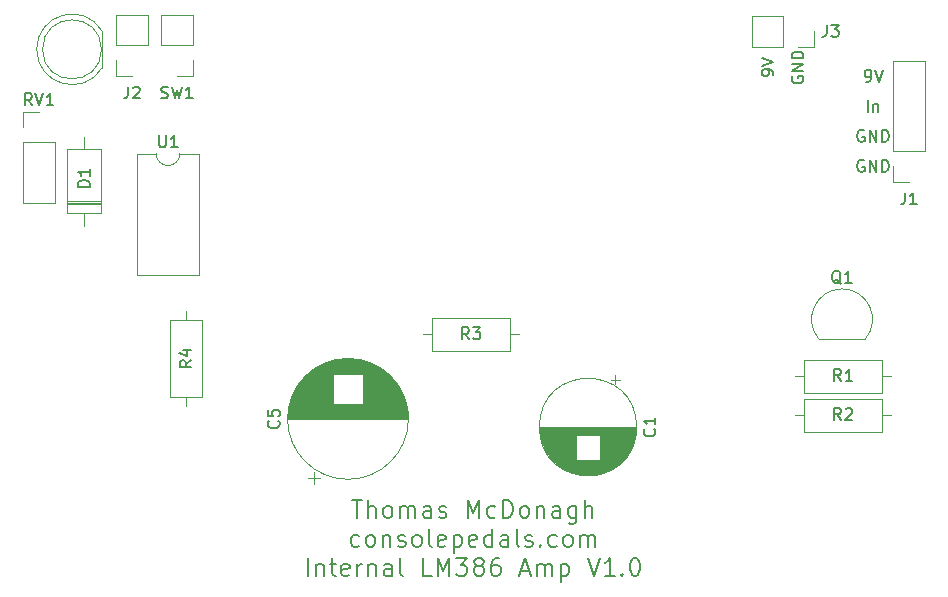
<source format=gbr>
G04 #@! TF.GenerationSoftware,KiCad,Pcbnew,(5.1.7)-1*
G04 #@! TF.CreationDate,2021-11-30T18:20:46-06:00*
G04 #@! TF.ProjectId,InternalAmpLM386,496e7465-726e-4616-9c41-6d704c4d3338,rev?*
G04 #@! TF.SameCoordinates,Original*
G04 #@! TF.FileFunction,Legend,Top*
G04 #@! TF.FilePolarity,Positive*
%FSLAX46Y46*%
G04 Gerber Fmt 4.6, Leading zero omitted, Abs format (unit mm)*
G04 Created by KiCad (PCBNEW (5.1.7)-1) date 2021-11-30 18:20:46*
%MOMM*%
%LPD*%
G01*
G04 APERTURE LIST*
%ADD10C,0.200000*%
%ADD11C,0.150000*%
%ADD12C,0.120000*%
G04 APERTURE END LIST*
D10*
X119714285Y-121728571D02*
X120571428Y-121728571D01*
X120142857Y-123228571D02*
X120142857Y-121728571D01*
X121071428Y-123228571D02*
X121071428Y-121728571D01*
X121714285Y-123228571D02*
X121714285Y-122442857D01*
X121642857Y-122300000D01*
X121500000Y-122228571D01*
X121285714Y-122228571D01*
X121142857Y-122300000D01*
X121071428Y-122371428D01*
X122642857Y-123228571D02*
X122500000Y-123157142D01*
X122428571Y-123085714D01*
X122357142Y-122942857D01*
X122357142Y-122514285D01*
X122428571Y-122371428D01*
X122500000Y-122300000D01*
X122642857Y-122228571D01*
X122857142Y-122228571D01*
X123000000Y-122300000D01*
X123071428Y-122371428D01*
X123142857Y-122514285D01*
X123142857Y-122942857D01*
X123071428Y-123085714D01*
X123000000Y-123157142D01*
X122857142Y-123228571D01*
X122642857Y-123228571D01*
X123785714Y-123228571D02*
X123785714Y-122228571D01*
X123785714Y-122371428D02*
X123857142Y-122300000D01*
X124000000Y-122228571D01*
X124214285Y-122228571D01*
X124357142Y-122300000D01*
X124428571Y-122442857D01*
X124428571Y-123228571D01*
X124428571Y-122442857D02*
X124500000Y-122300000D01*
X124642857Y-122228571D01*
X124857142Y-122228571D01*
X125000000Y-122300000D01*
X125071428Y-122442857D01*
X125071428Y-123228571D01*
X126428571Y-123228571D02*
X126428571Y-122442857D01*
X126357142Y-122300000D01*
X126214285Y-122228571D01*
X125928571Y-122228571D01*
X125785714Y-122300000D01*
X126428571Y-123157142D02*
X126285714Y-123228571D01*
X125928571Y-123228571D01*
X125785714Y-123157142D01*
X125714285Y-123014285D01*
X125714285Y-122871428D01*
X125785714Y-122728571D01*
X125928571Y-122657142D01*
X126285714Y-122657142D01*
X126428571Y-122585714D01*
X127071428Y-123157142D02*
X127214285Y-123228571D01*
X127500000Y-123228571D01*
X127642857Y-123157142D01*
X127714285Y-123014285D01*
X127714285Y-122942857D01*
X127642857Y-122800000D01*
X127500000Y-122728571D01*
X127285714Y-122728571D01*
X127142857Y-122657142D01*
X127071428Y-122514285D01*
X127071428Y-122442857D01*
X127142857Y-122300000D01*
X127285714Y-122228571D01*
X127500000Y-122228571D01*
X127642857Y-122300000D01*
X129500000Y-123228571D02*
X129500000Y-121728571D01*
X130000000Y-122800000D01*
X130500000Y-121728571D01*
X130500000Y-123228571D01*
X131857142Y-123157142D02*
X131714285Y-123228571D01*
X131428571Y-123228571D01*
X131285714Y-123157142D01*
X131214285Y-123085714D01*
X131142857Y-122942857D01*
X131142857Y-122514285D01*
X131214285Y-122371428D01*
X131285714Y-122300000D01*
X131428571Y-122228571D01*
X131714285Y-122228571D01*
X131857142Y-122300000D01*
X132500000Y-123228571D02*
X132500000Y-121728571D01*
X132857142Y-121728571D01*
X133071428Y-121800000D01*
X133214285Y-121942857D01*
X133285714Y-122085714D01*
X133357142Y-122371428D01*
X133357142Y-122585714D01*
X133285714Y-122871428D01*
X133214285Y-123014285D01*
X133071428Y-123157142D01*
X132857142Y-123228571D01*
X132500000Y-123228571D01*
X134214285Y-123228571D02*
X134071428Y-123157142D01*
X134000000Y-123085714D01*
X133928571Y-122942857D01*
X133928571Y-122514285D01*
X134000000Y-122371428D01*
X134071428Y-122300000D01*
X134214285Y-122228571D01*
X134428571Y-122228571D01*
X134571428Y-122300000D01*
X134642857Y-122371428D01*
X134714285Y-122514285D01*
X134714285Y-122942857D01*
X134642857Y-123085714D01*
X134571428Y-123157142D01*
X134428571Y-123228571D01*
X134214285Y-123228571D01*
X135357142Y-122228571D02*
X135357142Y-123228571D01*
X135357142Y-122371428D02*
X135428571Y-122300000D01*
X135571428Y-122228571D01*
X135785714Y-122228571D01*
X135928571Y-122300000D01*
X136000000Y-122442857D01*
X136000000Y-123228571D01*
X137357142Y-123228571D02*
X137357142Y-122442857D01*
X137285714Y-122300000D01*
X137142857Y-122228571D01*
X136857142Y-122228571D01*
X136714285Y-122300000D01*
X137357142Y-123157142D02*
X137214285Y-123228571D01*
X136857142Y-123228571D01*
X136714285Y-123157142D01*
X136642857Y-123014285D01*
X136642857Y-122871428D01*
X136714285Y-122728571D01*
X136857142Y-122657142D01*
X137214285Y-122657142D01*
X137357142Y-122585714D01*
X138714285Y-122228571D02*
X138714285Y-123442857D01*
X138642857Y-123585714D01*
X138571428Y-123657142D01*
X138428571Y-123728571D01*
X138214285Y-123728571D01*
X138071428Y-123657142D01*
X138714285Y-123157142D02*
X138571428Y-123228571D01*
X138285714Y-123228571D01*
X138142857Y-123157142D01*
X138071428Y-123085714D01*
X138000000Y-122942857D01*
X138000000Y-122514285D01*
X138071428Y-122371428D01*
X138142857Y-122300000D01*
X138285714Y-122228571D01*
X138571428Y-122228571D01*
X138714285Y-122300000D01*
X139428571Y-123228571D02*
X139428571Y-121728571D01*
X140071428Y-123228571D02*
X140071428Y-122442857D01*
X140000000Y-122300000D01*
X139857142Y-122228571D01*
X139642857Y-122228571D01*
X139500000Y-122300000D01*
X139428571Y-122371428D01*
X120321428Y-125607142D02*
X120178571Y-125678571D01*
X119892857Y-125678571D01*
X119750000Y-125607142D01*
X119678571Y-125535714D01*
X119607142Y-125392857D01*
X119607142Y-124964285D01*
X119678571Y-124821428D01*
X119750000Y-124750000D01*
X119892857Y-124678571D01*
X120178571Y-124678571D01*
X120321428Y-124750000D01*
X121178571Y-125678571D02*
X121035714Y-125607142D01*
X120964285Y-125535714D01*
X120892857Y-125392857D01*
X120892857Y-124964285D01*
X120964285Y-124821428D01*
X121035714Y-124750000D01*
X121178571Y-124678571D01*
X121392857Y-124678571D01*
X121535714Y-124750000D01*
X121607142Y-124821428D01*
X121678571Y-124964285D01*
X121678571Y-125392857D01*
X121607142Y-125535714D01*
X121535714Y-125607142D01*
X121392857Y-125678571D01*
X121178571Y-125678571D01*
X122321428Y-124678571D02*
X122321428Y-125678571D01*
X122321428Y-124821428D02*
X122392857Y-124750000D01*
X122535714Y-124678571D01*
X122750000Y-124678571D01*
X122892857Y-124750000D01*
X122964285Y-124892857D01*
X122964285Y-125678571D01*
X123607142Y-125607142D02*
X123750000Y-125678571D01*
X124035714Y-125678571D01*
X124178571Y-125607142D01*
X124250000Y-125464285D01*
X124250000Y-125392857D01*
X124178571Y-125250000D01*
X124035714Y-125178571D01*
X123821428Y-125178571D01*
X123678571Y-125107142D01*
X123607142Y-124964285D01*
X123607142Y-124892857D01*
X123678571Y-124750000D01*
X123821428Y-124678571D01*
X124035714Y-124678571D01*
X124178571Y-124750000D01*
X125107142Y-125678571D02*
X124964285Y-125607142D01*
X124892857Y-125535714D01*
X124821428Y-125392857D01*
X124821428Y-124964285D01*
X124892857Y-124821428D01*
X124964285Y-124750000D01*
X125107142Y-124678571D01*
X125321428Y-124678571D01*
X125464285Y-124750000D01*
X125535714Y-124821428D01*
X125607142Y-124964285D01*
X125607142Y-125392857D01*
X125535714Y-125535714D01*
X125464285Y-125607142D01*
X125321428Y-125678571D01*
X125107142Y-125678571D01*
X126464285Y-125678571D02*
X126321428Y-125607142D01*
X126250000Y-125464285D01*
X126250000Y-124178571D01*
X127607142Y-125607142D02*
X127464285Y-125678571D01*
X127178571Y-125678571D01*
X127035714Y-125607142D01*
X126964285Y-125464285D01*
X126964285Y-124892857D01*
X127035714Y-124750000D01*
X127178571Y-124678571D01*
X127464285Y-124678571D01*
X127607142Y-124750000D01*
X127678571Y-124892857D01*
X127678571Y-125035714D01*
X126964285Y-125178571D01*
X128321428Y-124678571D02*
X128321428Y-126178571D01*
X128321428Y-124750000D02*
X128464285Y-124678571D01*
X128750000Y-124678571D01*
X128892857Y-124750000D01*
X128964285Y-124821428D01*
X129035714Y-124964285D01*
X129035714Y-125392857D01*
X128964285Y-125535714D01*
X128892857Y-125607142D01*
X128750000Y-125678571D01*
X128464285Y-125678571D01*
X128321428Y-125607142D01*
X130250000Y-125607142D02*
X130107142Y-125678571D01*
X129821428Y-125678571D01*
X129678571Y-125607142D01*
X129607142Y-125464285D01*
X129607142Y-124892857D01*
X129678571Y-124750000D01*
X129821428Y-124678571D01*
X130107142Y-124678571D01*
X130250000Y-124750000D01*
X130321428Y-124892857D01*
X130321428Y-125035714D01*
X129607142Y-125178571D01*
X131607142Y-125678571D02*
X131607142Y-124178571D01*
X131607142Y-125607142D02*
X131464285Y-125678571D01*
X131178571Y-125678571D01*
X131035714Y-125607142D01*
X130964285Y-125535714D01*
X130892857Y-125392857D01*
X130892857Y-124964285D01*
X130964285Y-124821428D01*
X131035714Y-124750000D01*
X131178571Y-124678571D01*
X131464285Y-124678571D01*
X131607142Y-124750000D01*
X132964285Y-125678571D02*
X132964285Y-124892857D01*
X132892857Y-124750000D01*
X132750000Y-124678571D01*
X132464285Y-124678571D01*
X132321428Y-124750000D01*
X132964285Y-125607142D02*
X132821428Y-125678571D01*
X132464285Y-125678571D01*
X132321428Y-125607142D01*
X132250000Y-125464285D01*
X132250000Y-125321428D01*
X132321428Y-125178571D01*
X132464285Y-125107142D01*
X132821428Y-125107142D01*
X132964285Y-125035714D01*
X133892857Y-125678571D02*
X133750000Y-125607142D01*
X133678571Y-125464285D01*
X133678571Y-124178571D01*
X134392857Y-125607142D02*
X134535714Y-125678571D01*
X134821428Y-125678571D01*
X134964285Y-125607142D01*
X135035714Y-125464285D01*
X135035714Y-125392857D01*
X134964285Y-125250000D01*
X134821428Y-125178571D01*
X134607142Y-125178571D01*
X134464285Y-125107142D01*
X134392857Y-124964285D01*
X134392857Y-124892857D01*
X134464285Y-124750000D01*
X134607142Y-124678571D01*
X134821428Y-124678571D01*
X134964285Y-124750000D01*
X135678571Y-125535714D02*
X135750000Y-125607142D01*
X135678571Y-125678571D01*
X135607142Y-125607142D01*
X135678571Y-125535714D01*
X135678571Y-125678571D01*
X137035714Y-125607142D02*
X136892857Y-125678571D01*
X136607142Y-125678571D01*
X136464285Y-125607142D01*
X136392857Y-125535714D01*
X136321428Y-125392857D01*
X136321428Y-124964285D01*
X136392857Y-124821428D01*
X136464285Y-124750000D01*
X136607142Y-124678571D01*
X136892857Y-124678571D01*
X137035714Y-124750000D01*
X137892857Y-125678571D02*
X137750000Y-125607142D01*
X137678571Y-125535714D01*
X137607142Y-125392857D01*
X137607142Y-124964285D01*
X137678571Y-124821428D01*
X137750000Y-124750000D01*
X137892857Y-124678571D01*
X138107142Y-124678571D01*
X138250000Y-124750000D01*
X138321428Y-124821428D01*
X138392857Y-124964285D01*
X138392857Y-125392857D01*
X138321428Y-125535714D01*
X138250000Y-125607142D01*
X138107142Y-125678571D01*
X137892857Y-125678571D01*
X139035714Y-125678571D02*
X139035714Y-124678571D01*
X139035714Y-124821428D02*
X139107142Y-124750000D01*
X139250000Y-124678571D01*
X139464285Y-124678571D01*
X139607142Y-124750000D01*
X139678571Y-124892857D01*
X139678571Y-125678571D01*
X139678571Y-124892857D02*
X139750000Y-124750000D01*
X139892857Y-124678571D01*
X140107142Y-124678571D01*
X140250000Y-124750000D01*
X140321428Y-124892857D01*
X140321428Y-125678571D01*
X115964285Y-128128571D02*
X115964285Y-126628571D01*
X116678571Y-127128571D02*
X116678571Y-128128571D01*
X116678571Y-127271428D02*
X116750000Y-127200000D01*
X116892857Y-127128571D01*
X117107142Y-127128571D01*
X117250000Y-127200000D01*
X117321428Y-127342857D01*
X117321428Y-128128571D01*
X117821428Y-127128571D02*
X118392857Y-127128571D01*
X118035714Y-126628571D02*
X118035714Y-127914285D01*
X118107142Y-128057142D01*
X118250000Y-128128571D01*
X118392857Y-128128571D01*
X119464285Y-128057142D02*
X119321428Y-128128571D01*
X119035714Y-128128571D01*
X118892857Y-128057142D01*
X118821428Y-127914285D01*
X118821428Y-127342857D01*
X118892857Y-127200000D01*
X119035714Y-127128571D01*
X119321428Y-127128571D01*
X119464285Y-127200000D01*
X119535714Y-127342857D01*
X119535714Y-127485714D01*
X118821428Y-127628571D01*
X120178571Y-128128571D02*
X120178571Y-127128571D01*
X120178571Y-127414285D02*
X120250000Y-127271428D01*
X120321428Y-127200000D01*
X120464285Y-127128571D01*
X120607142Y-127128571D01*
X121107142Y-127128571D02*
X121107142Y-128128571D01*
X121107142Y-127271428D02*
X121178571Y-127200000D01*
X121321428Y-127128571D01*
X121535714Y-127128571D01*
X121678571Y-127200000D01*
X121750000Y-127342857D01*
X121750000Y-128128571D01*
X123107142Y-128128571D02*
X123107142Y-127342857D01*
X123035714Y-127200000D01*
X122892857Y-127128571D01*
X122607142Y-127128571D01*
X122464285Y-127200000D01*
X123107142Y-128057142D02*
X122964285Y-128128571D01*
X122607142Y-128128571D01*
X122464285Y-128057142D01*
X122392857Y-127914285D01*
X122392857Y-127771428D01*
X122464285Y-127628571D01*
X122607142Y-127557142D01*
X122964285Y-127557142D01*
X123107142Y-127485714D01*
X124035714Y-128128571D02*
X123892857Y-128057142D01*
X123821428Y-127914285D01*
X123821428Y-126628571D01*
X126464285Y-128128571D02*
X125750000Y-128128571D01*
X125750000Y-126628571D01*
X126964285Y-128128571D02*
X126964285Y-126628571D01*
X127464285Y-127700000D01*
X127964285Y-126628571D01*
X127964285Y-128128571D01*
X128535714Y-126628571D02*
X129464285Y-126628571D01*
X128964285Y-127200000D01*
X129178571Y-127200000D01*
X129321428Y-127271428D01*
X129392857Y-127342857D01*
X129464285Y-127485714D01*
X129464285Y-127842857D01*
X129392857Y-127985714D01*
X129321428Y-128057142D01*
X129178571Y-128128571D01*
X128750000Y-128128571D01*
X128607142Y-128057142D01*
X128535714Y-127985714D01*
X130321428Y-127271428D02*
X130178571Y-127200000D01*
X130107142Y-127128571D01*
X130035714Y-126985714D01*
X130035714Y-126914285D01*
X130107142Y-126771428D01*
X130178571Y-126700000D01*
X130321428Y-126628571D01*
X130607142Y-126628571D01*
X130750000Y-126700000D01*
X130821428Y-126771428D01*
X130892857Y-126914285D01*
X130892857Y-126985714D01*
X130821428Y-127128571D01*
X130750000Y-127200000D01*
X130607142Y-127271428D01*
X130321428Y-127271428D01*
X130178571Y-127342857D01*
X130107142Y-127414285D01*
X130035714Y-127557142D01*
X130035714Y-127842857D01*
X130107142Y-127985714D01*
X130178571Y-128057142D01*
X130321428Y-128128571D01*
X130607142Y-128128571D01*
X130750000Y-128057142D01*
X130821428Y-127985714D01*
X130892857Y-127842857D01*
X130892857Y-127557142D01*
X130821428Y-127414285D01*
X130750000Y-127342857D01*
X130607142Y-127271428D01*
X132178571Y-126628571D02*
X131892857Y-126628571D01*
X131750000Y-126700000D01*
X131678571Y-126771428D01*
X131535714Y-126985714D01*
X131464285Y-127271428D01*
X131464285Y-127842857D01*
X131535714Y-127985714D01*
X131607142Y-128057142D01*
X131750000Y-128128571D01*
X132035714Y-128128571D01*
X132178571Y-128057142D01*
X132250000Y-127985714D01*
X132321428Y-127842857D01*
X132321428Y-127485714D01*
X132250000Y-127342857D01*
X132178571Y-127271428D01*
X132035714Y-127200000D01*
X131750000Y-127200000D01*
X131607142Y-127271428D01*
X131535714Y-127342857D01*
X131464285Y-127485714D01*
X134035714Y-127700000D02*
X134750000Y-127700000D01*
X133892857Y-128128571D02*
X134392857Y-126628571D01*
X134892857Y-128128571D01*
X135392857Y-128128571D02*
X135392857Y-127128571D01*
X135392857Y-127271428D02*
X135464285Y-127200000D01*
X135607142Y-127128571D01*
X135821428Y-127128571D01*
X135964285Y-127200000D01*
X136035714Y-127342857D01*
X136035714Y-128128571D01*
X136035714Y-127342857D02*
X136107142Y-127200000D01*
X136250000Y-127128571D01*
X136464285Y-127128571D01*
X136607142Y-127200000D01*
X136678571Y-127342857D01*
X136678571Y-128128571D01*
X137392857Y-127128571D02*
X137392857Y-128628571D01*
X137392857Y-127200000D02*
X137535714Y-127128571D01*
X137821428Y-127128571D01*
X137964285Y-127200000D01*
X138035714Y-127271428D01*
X138107142Y-127414285D01*
X138107142Y-127842857D01*
X138035714Y-127985714D01*
X137964285Y-128057142D01*
X137821428Y-128128571D01*
X137535714Y-128128571D01*
X137392857Y-128057142D01*
X139678571Y-126628571D02*
X140178571Y-128128571D01*
X140678571Y-126628571D01*
X141964285Y-128128571D02*
X141107142Y-128128571D01*
X141535714Y-128128571D02*
X141535714Y-126628571D01*
X141392857Y-126842857D01*
X141250000Y-126985714D01*
X141107142Y-127057142D01*
X142607142Y-127985714D02*
X142678571Y-128057142D01*
X142607142Y-128128571D01*
X142535714Y-128057142D01*
X142607142Y-127985714D01*
X142607142Y-128128571D01*
X143607142Y-126628571D02*
X143750000Y-126628571D01*
X143892857Y-126700000D01*
X143964285Y-126771428D01*
X144035714Y-126914285D01*
X144107142Y-127200000D01*
X144107142Y-127557142D01*
X144035714Y-127842857D01*
X143964285Y-127985714D01*
X143892857Y-128057142D01*
X143750000Y-128128571D01*
X143607142Y-128128571D01*
X143464285Y-128057142D01*
X143392857Y-127985714D01*
X143321428Y-127842857D01*
X143250000Y-127557142D01*
X143250000Y-127200000D01*
X143321428Y-126914285D01*
X143392857Y-126771428D01*
X143464285Y-126700000D01*
X143607142Y-126628571D01*
D11*
X163210952Y-86304380D02*
X163401428Y-86304380D01*
X163496666Y-86256761D01*
X163544285Y-86209142D01*
X163639523Y-86066285D01*
X163687142Y-85875809D01*
X163687142Y-85494857D01*
X163639523Y-85399619D01*
X163591904Y-85352000D01*
X163496666Y-85304380D01*
X163306190Y-85304380D01*
X163210952Y-85352000D01*
X163163333Y-85399619D01*
X163115714Y-85494857D01*
X163115714Y-85732952D01*
X163163333Y-85828190D01*
X163210952Y-85875809D01*
X163306190Y-85923428D01*
X163496666Y-85923428D01*
X163591904Y-85875809D01*
X163639523Y-85828190D01*
X163687142Y-85732952D01*
X163972857Y-85304380D02*
X164306190Y-86304380D01*
X164639523Y-85304380D01*
X163377619Y-88844380D02*
X163377619Y-87844380D01*
X163853809Y-88177714D02*
X163853809Y-88844380D01*
X163853809Y-88272952D02*
X163901428Y-88225333D01*
X163996666Y-88177714D01*
X164139523Y-88177714D01*
X164234761Y-88225333D01*
X164282380Y-88320571D01*
X164282380Y-88844380D01*
X163068095Y-90432000D02*
X162972857Y-90384380D01*
X162830000Y-90384380D01*
X162687142Y-90432000D01*
X162591904Y-90527238D01*
X162544285Y-90622476D01*
X162496666Y-90812952D01*
X162496666Y-90955809D01*
X162544285Y-91146285D01*
X162591904Y-91241523D01*
X162687142Y-91336761D01*
X162830000Y-91384380D01*
X162925238Y-91384380D01*
X163068095Y-91336761D01*
X163115714Y-91289142D01*
X163115714Y-90955809D01*
X162925238Y-90955809D01*
X163544285Y-91384380D02*
X163544285Y-90384380D01*
X164115714Y-91384380D01*
X164115714Y-90384380D01*
X164591904Y-91384380D02*
X164591904Y-90384380D01*
X164830000Y-90384380D01*
X164972857Y-90432000D01*
X165068095Y-90527238D01*
X165115714Y-90622476D01*
X165163333Y-90812952D01*
X165163333Y-90955809D01*
X165115714Y-91146285D01*
X165068095Y-91241523D01*
X164972857Y-91336761D01*
X164830000Y-91384380D01*
X164591904Y-91384380D01*
X163068095Y-92972000D02*
X162972857Y-92924380D01*
X162830000Y-92924380D01*
X162687142Y-92972000D01*
X162591904Y-93067238D01*
X162544285Y-93162476D01*
X162496666Y-93352952D01*
X162496666Y-93495809D01*
X162544285Y-93686285D01*
X162591904Y-93781523D01*
X162687142Y-93876761D01*
X162830000Y-93924380D01*
X162925238Y-93924380D01*
X163068095Y-93876761D01*
X163115714Y-93829142D01*
X163115714Y-93495809D01*
X162925238Y-93495809D01*
X163544285Y-93924380D02*
X163544285Y-92924380D01*
X164115714Y-93924380D01*
X164115714Y-92924380D01*
X164591904Y-93924380D02*
X164591904Y-92924380D01*
X164830000Y-92924380D01*
X164972857Y-92972000D01*
X165068095Y-93067238D01*
X165115714Y-93162476D01*
X165163333Y-93352952D01*
X165163333Y-93495809D01*
X165115714Y-93686285D01*
X165068095Y-93781523D01*
X164972857Y-93876761D01*
X164830000Y-93924380D01*
X164591904Y-93924380D01*
X156980000Y-85851904D02*
X156932380Y-85947142D01*
X156932380Y-86090000D01*
X156980000Y-86232857D01*
X157075238Y-86328095D01*
X157170476Y-86375714D01*
X157360952Y-86423333D01*
X157503809Y-86423333D01*
X157694285Y-86375714D01*
X157789523Y-86328095D01*
X157884761Y-86232857D01*
X157932380Y-86090000D01*
X157932380Y-85994761D01*
X157884761Y-85851904D01*
X157837142Y-85804285D01*
X157503809Y-85804285D01*
X157503809Y-85994761D01*
X157932380Y-85375714D02*
X156932380Y-85375714D01*
X157932380Y-84804285D01*
X156932380Y-84804285D01*
X157932380Y-84328095D02*
X156932380Y-84328095D01*
X156932380Y-84090000D01*
X156980000Y-83947142D01*
X157075238Y-83851904D01*
X157170476Y-83804285D01*
X157360952Y-83756666D01*
X157503809Y-83756666D01*
X157694285Y-83804285D01*
X157789523Y-83851904D01*
X157884761Y-83947142D01*
X157932380Y-84090000D01*
X157932380Y-84328095D01*
X155392380Y-85709047D02*
X155392380Y-85518571D01*
X155344761Y-85423333D01*
X155297142Y-85375714D01*
X155154285Y-85280476D01*
X154963809Y-85232857D01*
X154582857Y-85232857D01*
X154487619Y-85280476D01*
X154440000Y-85328095D01*
X154392380Y-85423333D01*
X154392380Y-85613809D01*
X154440000Y-85709047D01*
X154487619Y-85756666D01*
X154582857Y-85804285D01*
X154820952Y-85804285D01*
X154916190Y-85756666D01*
X154963809Y-85709047D01*
X155011428Y-85613809D01*
X155011428Y-85423333D01*
X154963809Y-85328095D01*
X154916190Y-85280476D01*
X154820952Y-85232857D01*
X154392380Y-84947142D02*
X155392380Y-84613809D01*
X154392380Y-84280476D01*
D12*
G04 #@! TO.C,C1*
X142415000Y-111532302D02*
X141615000Y-111532302D01*
X142015000Y-111132302D02*
X142015000Y-111932302D01*
X140233000Y-119623000D02*
X139167000Y-119623000D01*
X140468000Y-119583000D02*
X138932000Y-119583000D01*
X140648000Y-119543000D02*
X138752000Y-119543000D01*
X140798000Y-119503000D02*
X138602000Y-119503000D01*
X140929000Y-119463000D02*
X138471000Y-119463000D01*
X141046000Y-119423000D02*
X138354000Y-119423000D01*
X141153000Y-119383000D02*
X138247000Y-119383000D01*
X141252000Y-119343000D02*
X138148000Y-119343000D01*
X141345000Y-119303000D02*
X138055000Y-119303000D01*
X141431000Y-119263000D02*
X137969000Y-119263000D01*
X141513000Y-119223000D02*
X137887000Y-119223000D01*
X141590000Y-119183000D02*
X137810000Y-119183000D01*
X141664000Y-119143000D02*
X137736000Y-119143000D01*
X141734000Y-119103000D02*
X137666000Y-119103000D01*
X141802000Y-119063000D02*
X137598000Y-119063000D01*
X141866000Y-119023000D02*
X137534000Y-119023000D01*
X141928000Y-118983000D02*
X137472000Y-118983000D01*
X141987000Y-118943000D02*
X137413000Y-118943000D01*
X142045000Y-118903000D02*
X137355000Y-118903000D01*
X142100000Y-118863000D02*
X137300000Y-118863000D01*
X142154000Y-118823000D02*
X137246000Y-118823000D01*
X142205000Y-118783000D02*
X137195000Y-118783000D01*
X142256000Y-118743000D02*
X137144000Y-118743000D01*
X142304000Y-118703000D02*
X137096000Y-118703000D01*
X142351000Y-118663000D02*
X137049000Y-118663000D01*
X142397000Y-118623000D02*
X137003000Y-118623000D01*
X142441000Y-118583000D02*
X136959000Y-118583000D01*
X142484000Y-118543000D02*
X136916000Y-118543000D01*
X142526000Y-118503000D02*
X136874000Y-118503000D01*
X142567000Y-118463000D02*
X136833000Y-118463000D01*
X142607000Y-118423000D02*
X136793000Y-118423000D01*
X142645000Y-118383000D02*
X136755000Y-118383000D01*
X142683000Y-118343000D02*
X136717000Y-118343000D01*
X138660000Y-118303000D02*
X136681000Y-118303000D01*
X142719000Y-118303000D02*
X140740000Y-118303000D01*
X138660000Y-118263000D02*
X136645000Y-118263000D01*
X142755000Y-118263000D02*
X140740000Y-118263000D01*
X138660000Y-118223000D02*
X136610000Y-118223000D01*
X142790000Y-118223000D02*
X140740000Y-118223000D01*
X138660000Y-118183000D02*
X136576000Y-118183000D01*
X142824000Y-118183000D02*
X140740000Y-118183000D01*
X138660000Y-118143000D02*
X136544000Y-118143000D01*
X142856000Y-118143000D02*
X140740000Y-118143000D01*
X138660000Y-118103000D02*
X136511000Y-118103000D01*
X142889000Y-118103000D02*
X140740000Y-118103000D01*
X138660000Y-118063000D02*
X136480000Y-118063000D01*
X142920000Y-118063000D02*
X140740000Y-118063000D01*
X138660000Y-118023000D02*
X136450000Y-118023000D01*
X142950000Y-118023000D02*
X140740000Y-118023000D01*
X138660000Y-117983000D02*
X136420000Y-117983000D01*
X142980000Y-117983000D02*
X140740000Y-117983000D01*
X138660000Y-117943000D02*
X136391000Y-117943000D01*
X143009000Y-117943000D02*
X140740000Y-117943000D01*
X138660000Y-117903000D02*
X136362000Y-117903000D01*
X143038000Y-117903000D02*
X140740000Y-117903000D01*
X138660000Y-117863000D02*
X136335000Y-117863000D01*
X143065000Y-117863000D02*
X140740000Y-117863000D01*
X138660000Y-117823000D02*
X136308000Y-117823000D01*
X143092000Y-117823000D02*
X140740000Y-117823000D01*
X138660000Y-117783000D02*
X136282000Y-117783000D01*
X143118000Y-117783000D02*
X140740000Y-117783000D01*
X138660000Y-117743000D02*
X136256000Y-117743000D01*
X143144000Y-117743000D02*
X140740000Y-117743000D01*
X138660000Y-117703000D02*
X136231000Y-117703000D01*
X143169000Y-117703000D02*
X140740000Y-117703000D01*
X138660000Y-117663000D02*
X136207000Y-117663000D01*
X143193000Y-117663000D02*
X140740000Y-117663000D01*
X138660000Y-117623000D02*
X136183000Y-117623000D01*
X143217000Y-117623000D02*
X140740000Y-117623000D01*
X138660000Y-117583000D02*
X136160000Y-117583000D01*
X143240000Y-117583000D02*
X140740000Y-117583000D01*
X138660000Y-117543000D02*
X136138000Y-117543000D01*
X143262000Y-117543000D02*
X140740000Y-117543000D01*
X138660000Y-117503000D02*
X136116000Y-117503000D01*
X143284000Y-117503000D02*
X140740000Y-117503000D01*
X138660000Y-117463000D02*
X136094000Y-117463000D01*
X143306000Y-117463000D02*
X140740000Y-117463000D01*
X138660000Y-117423000D02*
X136073000Y-117423000D01*
X143327000Y-117423000D02*
X140740000Y-117423000D01*
X138660000Y-117383000D02*
X136053000Y-117383000D01*
X143347000Y-117383000D02*
X140740000Y-117383000D01*
X138660000Y-117343000D02*
X136034000Y-117343000D01*
X143366000Y-117343000D02*
X140740000Y-117343000D01*
X138660000Y-117303000D02*
X136014000Y-117303000D01*
X143386000Y-117303000D02*
X140740000Y-117303000D01*
X138660000Y-117263000D02*
X135996000Y-117263000D01*
X143404000Y-117263000D02*
X140740000Y-117263000D01*
X138660000Y-117223000D02*
X135978000Y-117223000D01*
X143422000Y-117223000D02*
X140740000Y-117223000D01*
X138660000Y-117183000D02*
X135960000Y-117183000D01*
X143440000Y-117183000D02*
X140740000Y-117183000D01*
X138660000Y-117143000D02*
X135943000Y-117143000D01*
X143457000Y-117143000D02*
X140740000Y-117143000D01*
X138660000Y-117103000D02*
X135926000Y-117103000D01*
X143474000Y-117103000D02*
X140740000Y-117103000D01*
X138660000Y-117063000D02*
X135910000Y-117063000D01*
X143490000Y-117063000D02*
X140740000Y-117063000D01*
X138660000Y-117023000D02*
X135895000Y-117023000D01*
X143505000Y-117023000D02*
X140740000Y-117023000D01*
X138660000Y-116983000D02*
X135879000Y-116983000D01*
X143521000Y-116983000D02*
X140740000Y-116983000D01*
X138660000Y-116943000D02*
X135865000Y-116943000D01*
X143535000Y-116943000D02*
X140740000Y-116943000D01*
X138660000Y-116903000D02*
X135850000Y-116903000D01*
X143550000Y-116903000D02*
X140740000Y-116903000D01*
X138660000Y-116863000D02*
X135837000Y-116863000D01*
X143563000Y-116863000D02*
X140740000Y-116863000D01*
X138660000Y-116823000D02*
X135823000Y-116823000D01*
X143577000Y-116823000D02*
X140740000Y-116823000D01*
X138660000Y-116783000D02*
X135811000Y-116783000D01*
X143589000Y-116783000D02*
X140740000Y-116783000D01*
X138660000Y-116743000D02*
X135798000Y-116743000D01*
X143602000Y-116743000D02*
X140740000Y-116743000D01*
X138660000Y-116703000D02*
X135786000Y-116703000D01*
X143614000Y-116703000D02*
X140740000Y-116703000D01*
X138660000Y-116663000D02*
X135775000Y-116663000D01*
X143625000Y-116663000D02*
X140740000Y-116663000D01*
X138660000Y-116623000D02*
X135764000Y-116623000D01*
X143636000Y-116623000D02*
X140740000Y-116623000D01*
X138660000Y-116583000D02*
X135753000Y-116583000D01*
X143647000Y-116583000D02*
X140740000Y-116583000D01*
X138660000Y-116543000D02*
X135743000Y-116543000D01*
X143657000Y-116543000D02*
X140740000Y-116543000D01*
X138660000Y-116503000D02*
X135733000Y-116503000D01*
X143667000Y-116503000D02*
X140740000Y-116503000D01*
X138660000Y-116463000D02*
X135724000Y-116463000D01*
X143676000Y-116463000D02*
X140740000Y-116463000D01*
X138660000Y-116423000D02*
X135715000Y-116423000D01*
X143685000Y-116423000D02*
X140740000Y-116423000D01*
X138660000Y-116383000D02*
X135706000Y-116383000D01*
X143694000Y-116383000D02*
X140740000Y-116383000D01*
X138660000Y-116343000D02*
X135698000Y-116343000D01*
X143702000Y-116343000D02*
X140740000Y-116343000D01*
X138660000Y-116303000D02*
X135690000Y-116303000D01*
X143710000Y-116303000D02*
X140740000Y-116303000D01*
X138660000Y-116263000D02*
X135683000Y-116263000D01*
X143717000Y-116263000D02*
X140740000Y-116263000D01*
X143724000Y-116222000D02*
X135676000Y-116222000D01*
X143730000Y-116182000D02*
X135670000Y-116182000D01*
X143737000Y-116142000D02*
X135663000Y-116142000D01*
X143742000Y-116102000D02*
X135658000Y-116102000D01*
X143748000Y-116062000D02*
X135652000Y-116062000D01*
X143752000Y-116022000D02*
X135648000Y-116022000D01*
X143757000Y-115982000D02*
X135643000Y-115982000D01*
X143761000Y-115942000D02*
X135639000Y-115942000D01*
X143765000Y-115902000D02*
X135635000Y-115902000D01*
X143768000Y-115862000D02*
X135632000Y-115862000D01*
X143771000Y-115822000D02*
X135629000Y-115822000D01*
X143774000Y-115782000D02*
X135626000Y-115782000D01*
X143776000Y-115742000D02*
X135624000Y-115742000D01*
X143777000Y-115702000D02*
X135623000Y-115702000D01*
X143779000Y-115662000D02*
X135621000Y-115662000D01*
X143780000Y-115622000D02*
X135620000Y-115622000D01*
X143780000Y-115582000D02*
X135620000Y-115582000D01*
X143780000Y-115542000D02*
X135620000Y-115542000D01*
X143820000Y-115542000D02*
G75*
G03*
X143820000Y-115542000I-4120000J0D01*
G01*
G04 #@! TO.C,C5*
X116005000Y-119827646D02*
X117005000Y-119827646D01*
X116505000Y-120327646D02*
X116505000Y-119327646D01*
X118781000Y-109767000D02*
X119979000Y-109767000D01*
X118518000Y-109807000D02*
X120242000Y-109807000D01*
X118318000Y-109847000D02*
X120442000Y-109847000D01*
X118150000Y-109887000D02*
X120610000Y-109887000D01*
X118002000Y-109927000D02*
X120758000Y-109927000D01*
X117870000Y-109967000D02*
X120890000Y-109967000D01*
X117750000Y-110007000D02*
X121010000Y-110007000D01*
X117638000Y-110047000D02*
X121122000Y-110047000D01*
X117534000Y-110087000D02*
X121226000Y-110087000D01*
X117436000Y-110127000D02*
X121324000Y-110127000D01*
X117343000Y-110167000D02*
X121417000Y-110167000D01*
X117255000Y-110207000D02*
X121505000Y-110207000D01*
X117171000Y-110247000D02*
X121589000Y-110247000D01*
X117091000Y-110287000D02*
X121669000Y-110287000D01*
X117015000Y-110327000D02*
X121745000Y-110327000D01*
X116941000Y-110367000D02*
X121819000Y-110367000D01*
X116870000Y-110407000D02*
X121890000Y-110407000D01*
X116801000Y-110447000D02*
X121959000Y-110447000D01*
X116735000Y-110487000D02*
X122025000Y-110487000D01*
X116671000Y-110527000D02*
X122089000Y-110527000D01*
X116610000Y-110567000D02*
X122150000Y-110567000D01*
X116550000Y-110607000D02*
X122210000Y-110607000D01*
X116491000Y-110647000D02*
X122269000Y-110647000D01*
X116435000Y-110687000D02*
X122325000Y-110687000D01*
X116380000Y-110727000D02*
X122380000Y-110727000D01*
X116326000Y-110767000D02*
X122434000Y-110767000D01*
X116274000Y-110807000D02*
X122486000Y-110807000D01*
X116224000Y-110847000D02*
X122536000Y-110847000D01*
X116174000Y-110887000D02*
X122586000Y-110887000D01*
X116126000Y-110927000D02*
X122634000Y-110927000D01*
X116079000Y-110967000D02*
X122681000Y-110967000D01*
X116033000Y-111007000D02*
X122727000Y-111007000D01*
X115988000Y-111047000D02*
X122772000Y-111047000D01*
X115944000Y-111087000D02*
X122816000Y-111087000D01*
X120621000Y-111127000D02*
X122858000Y-111127000D01*
X115902000Y-111127000D02*
X118139000Y-111127000D01*
X120621000Y-111167000D02*
X122900000Y-111167000D01*
X115860000Y-111167000D02*
X118139000Y-111167000D01*
X120621000Y-111207000D02*
X122941000Y-111207000D01*
X115819000Y-111207000D02*
X118139000Y-111207000D01*
X120621000Y-111247000D02*
X122981000Y-111247000D01*
X115779000Y-111247000D02*
X118139000Y-111247000D01*
X120621000Y-111287000D02*
X123020000Y-111287000D01*
X115740000Y-111287000D02*
X118139000Y-111287000D01*
X120621000Y-111327000D02*
X123059000Y-111327000D01*
X115701000Y-111327000D02*
X118139000Y-111327000D01*
X120621000Y-111367000D02*
X123096000Y-111367000D01*
X115664000Y-111367000D02*
X118139000Y-111367000D01*
X120621000Y-111407000D02*
X123133000Y-111407000D01*
X115627000Y-111407000D02*
X118139000Y-111407000D01*
X120621000Y-111447000D02*
X123169000Y-111447000D01*
X115591000Y-111447000D02*
X118139000Y-111447000D01*
X120621000Y-111487000D02*
X123204000Y-111487000D01*
X115556000Y-111487000D02*
X118139000Y-111487000D01*
X120621000Y-111527000D02*
X123238000Y-111527000D01*
X115522000Y-111527000D02*
X118139000Y-111527000D01*
X120621000Y-111567000D02*
X123272000Y-111567000D01*
X115488000Y-111567000D02*
X118139000Y-111567000D01*
X120621000Y-111607000D02*
X123305000Y-111607000D01*
X115455000Y-111607000D02*
X118139000Y-111607000D01*
X120621000Y-111647000D02*
X123337000Y-111647000D01*
X115423000Y-111647000D02*
X118139000Y-111647000D01*
X120621000Y-111687000D02*
X123369000Y-111687000D01*
X115391000Y-111687000D02*
X118139000Y-111687000D01*
X120621000Y-111727000D02*
X123400000Y-111727000D01*
X115360000Y-111727000D02*
X118139000Y-111727000D01*
X120621000Y-111767000D02*
X123430000Y-111767000D01*
X115330000Y-111767000D02*
X118139000Y-111767000D01*
X120621000Y-111807000D02*
X123460000Y-111807000D01*
X115300000Y-111807000D02*
X118139000Y-111807000D01*
X120621000Y-111847000D02*
X123490000Y-111847000D01*
X115270000Y-111847000D02*
X118139000Y-111847000D01*
X120621000Y-111887000D02*
X123518000Y-111887000D01*
X115242000Y-111887000D02*
X118139000Y-111887000D01*
X120621000Y-111927000D02*
X123546000Y-111927000D01*
X115214000Y-111927000D02*
X118139000Y-111927000D01*
X120621000Y-111967000D02*
X123574000Y-111967000D01*
X115186000Y-111967000D02*
X118139000Y-111967000D01*
X120621000Y-112007000D02*
X123601000Y-112007000D01*
X115159000Y-112007000D02*
X118139000Y-112007000D01*
X120621000Y-112047000D02*
X123627000Y-112047000D01*
X115133000Y-112047000D02*
X118139000Y-112047000D01*
X120621000Y-112087000D02*
X123653000Y-112087000D01*
X115107000Y-112087000D02*
X118139000Y-112087000D01*
X120621000Y-112127000D02*
X123678000Y-112127000D01*
X115082000Y-112127000D02*
X118139000Y-112127000D01*
X120621000Y-112167000D02*
X123703000Y-112167000D01*
X115057000Y-112167000D02*
X118139000Y-112167000D01*
X120621000Y-112207000D02*
X123727000Y-112207000D01*
X115033000Y-112207000D02*
X118139000Y-112207000D01*
X120621000Y-112247000D02*
X123751000Y-112247000D01*
X115009000Y-112247000D02*
X118139000Y-112247000D01*
X120621000Y-112287000D02*
X123775000Y-112287000D01*
X114985000Y-112287000D02*
X118139000Y-112287000D01*
X120621000Y-112327000D02*
X123797000Y-112327000D01*
X114963000Y-112327000D02*
X118139000Y-112327000D01*
X120621000Y-112367000D02*
X123820000Y-112367000D01*
X114940000Y-112367000D02*
X118139000Y-112367000D01*
X120621000Y-112407000D02*
X123842000Y-112407000D01*
X114918000Y-112407000D02*
X118139000Y-112407000D01*
X120621000Y-112447000D02*
X123863000Y-112447000D01*
X114897000Y-112447000D02*
X118139000Y-112447000D01*
X120621000Y-112487000D02*
X123884000Y-112487000D01*
X114876000Y-112487000D02*
X118139000Y-112487000D01*
X120621000Y-112527000D02*
X123905000Y-112527000D01*
X114855000Y-112527000D02*
X118139000Y-112527000D01*
X120621000Y-112567000D02*
X123925000Y-112567000D01*
X114835000Y-112567000D02*
X118139000Y-112567000D01*
X120621000Y-112607000D02*
X123944000Y-112607000D01*
X114816000Y-112607000D02*
X118139000Y-112607000D01*
X120621000Y-112647000D02*
X123964000Y-112647000D01*
X114796000Y-112647000D02*
X118139000Y-112647000D01*
X120621000Y-112687000D02*
X123983000Y-112687000D01*
X114777000Y-112687000D02*
X118139000Y-112687000D01*
X120621000Y-112727000D02*
X124001000Y-112727000D01*
X114759000Y-112727000D02*
X118139000Y-112727000D01*
X120621000Y-112767000D02*
X124019000Y-112767000D01*
X114741000Y-112767000D02*
X118139000Y-112767000D01*
X120621000Y-112807000D02*
X124037000Y-112807000D01*
X114723000Y-112807000D02*
X118139000Y-112807000D01*
X120621000Y-112847000D02*
X124054000Y-112847000D01*
X114706000Y-112847000D02*
X118139000Y-112847000D01*
X120621000Y-112887000D02*
X124070000Y-112887000D01*
X114690000Y-112887000D02*
X118139000Y-112887000D01*
X120621000Y-112927000D02*
X124087000Y-112927000D01*
X114673000Y-112927000D02*
X118139000Y-112927000D01*
X120621000Y-112967000D02*
X124103000Y-112967000D01*
X114657000Y-112967000D02*
X118139000Y-112967000D01*
X120621000Y-113007000D02*
X124118000Y-113007000D01*
X114642000Y-113007000D02*
X118139000Y-113007000D01*
X120621000Y-113047000D02*
X124134000Y-113047000D01*
X114626000Y-113047000D02*
X118139000Y-113047000D01*
X120621000Y-113087000D02*
X124148000Y-113087000D01*
X114612000Y-113087000D02*
X118139000Y-113087000D01*
X120621000Y-113127000D02*
X124163000Y-113127000D01*
X114597000Y-113127000D02*
X118139000Y-113127000D01*
X120621000Y-113167000D02*
X124177000Y-113167000D01*
X114583000Y-113167000D02*
X118139000Y-113167000D01*
X120621000Y-113207000D02*
X124191000Y-113207000D01*
X114569000Y-113207000D02*
X118139000Y-113207000D01*
X120621000Y-113247000D02*
X124204000Y-113247000D01*
X114556000Y-113247000D02*
X118139000Y-113247000D01*
X120621000Y-113287000D02*
X124217000Y-113287000D01*
X114543000Y-113287000D02*
X118139000Y-113287000D01*
X120621000Y-113327000D02*
X124230000Y-113327000D01*
X114530000Y-113327000D02*
X118139000Y-113327000D01*
X120621000Y-113367000D02*
X124242000Y-113367000D01*
X114518000Y-113367000D02*
X118139000Y-113367000D01*
X120621000Y-113407000D02*
X124254000Y-113407000D01*
X114506000Y-113407000D02*
X118139000Y-113407000D01*
X120621000Y-113447000D02*
X124265000Y-113447000D01*
X114495000Y-113447000D02*
X118139000Y-113447000D01*
X120621000Y-113487000D02*
X124277000Y-113487000D01*
X114483000Y-113487000D02*
X118139000Y-113487000D01*
X120621000Y-113527000D02*
X124287000Y-113527000D01*
X114473000Y-113527000D02*
X118139000Y-113527000D01*
X120621000Y-113567000D02*
X124298000Y-113567000D01*
X114462000Y-113567000D02*
X118139000Y-113567000D01*
X114452000Y-113607000D02*
X124308000Y-113607000D01*
X114442000Y-113647000D02*
X124318000Y-113647000D01*
X114433000Y-113687000D02*
X124327000Y-113687000D01*
X114424000Y-113727000D02*
X124336000Y-113727000D01*
X114415000Y-113767000D02*
X124345000Y-113767000D01*
X114406000Y-113807000D02*
X124354000Y-113807000D01*
X114398000Y-113847000D02*
X124362000Y-113847000D01*
X114390000Y-113887000D02*
X124370000Y-113887000D01*
X114383000Y-113927000D02*
X124377000Y-113927000D01*
X114376000Y-113967000D02*
X124384000Y-113967000D01*
X114369000Y-114007000D02*
X124391000Y-114007000D01*
X114362000Y-114047000D02*
X124398000Y-114047000D01*
X114356000Y-114087000D02*
X124404000Y-114087000D01*
X114350000Y-114127000D02*
X124410000Y-114127000D01*
X114345000Y-114168000D02*
X124415000Y-114168000D01*
X114340000Y-114208000D02*
X124420000Y-114208000D01*
X114335000Y-114248000D02*
X124425000Y-114248000D01*
X114330000Y-114288000D02*
X124430000Y-114288000D01*
X114326000Y-114328000D02*
X124434000Y-114328000D01*
X114322000Y-114368000D02*
X124438000Y-114368000D01*
X114318000Y-114408000D02*
X124442000Y-114408000D01*
X114315000Y-114448000D02*
X124445000Y-114448000D01*
X114312000Y-114488000D02*
X124448000Y-114488000D01*
X114310000Y-114528000D02*
X124450000Y-114528000D01*
X114307000Y-114568000D02*
X124453000Y-114568000D01*
X114305000Y-114608000D02*
X124455000Y-114608000D01*
X114303000Y-114648000D02*
X124457000Y-114648000D01*
X114302000Y-114688000D02*
X124458000Y-114688000D01*
X114301000Y-114728000D02*
X124459000Y-114728000D01*
X114300000Y-114768000D02*
X124460000Y-114768000D01*
X114300000Y-114808000D02*
X124460000Y-114808000D01*
X114300000Y-114848000D02*
X124460000Y-114848000D01*
X124500000Y-114848000D02*
G75*
G03*
X124500000Y-114848000I-5120000J0D01*
G01*
G04 #@! TO.C,D1*
X95558000Y-96682000D02*
X98498000Y-96682000D01*
X95558000Y-96442000D02*
X98498000Y-96442000D01*
X95558000Y-96562000D02*
X98498000Y-96562000D01*
X97028000Y-91002000D02*
X97028000Y-92022000D01*
X97028000Y-98482000D02*
X97028000Y-97462000D01*
X95558000Y-92022000D02*
X95558000Y-97462000D01*
X98498000Y-92022000D02*
X95558000Y-92022000D01*
X98498000Y-97462000D02*
X98498000Y-92022000D01*
X95558000Y-97462000D02*
X98498000Y-97462000D01*
G04 #@! TO.C,D2*
X98572000Y-85111000D02*
X98572000Y-82021000D01*
X98512000Y-83566000D02*
G75*
G03*
X98512000Y-83566000I-2500000J0D01*
G01*
X93022000Y-83565538D02*
G75*
G03*
X98572000Y-85110830I2990000J-462D01*
G01*
X93022000Y-83566462D02*
G75*
G02*
X98572000Y-82021170I2990000J462D01*
G01*
G04 #@! TO.C,J1*
X166878000Y-94802000D02*
X165548000Y-94802000D01*
X165548000Y-94802000D02*
X165548000Y-93472000D01*
X165548000Y-92202000D02*
X165548000Y-84522000D01*
X168208000Y-84522000D02*
X165548000Y-84522000D01*
X168208000Y-92202000D02*
X168208000Y-84522000D01*
X168208000Y-92202000D02*
X165548000Y-92202000D01*
G04 #@! TO.C,J2*
X101092000Y-85830000D02*
X99762000Y-85830000D01*
X99762000Y-85830000D02*
X99762000Y-84500000D01*
X99762000Y-83230000D02*
X99762000Y-80630000D01*
X102422000Y-80630000D02*
X99762000Y-80630000D01*
X102422000Y-83230000D02*
X102422000Y-80630000D01*
X102422000Y-83230000D02*
X99762000Y-83230000D01*
G04 #@! TO.C,J3*
X156210000Y-80712000D02*
X156210000Y-83372000D01*
X156210000Y-80712000D02*
X153610000Y-80712000D01*
X153610000Y-80712000D02*
X153610000Y-83372000D01*
X156210000Y-83372000D02*
X153610000Y-83372000D01*
X158810000Y-83372000D02*
X157480000Y-83372000D01*
X158810000Y-82042000D02*
X158810000Y-83372000D01*
G04 #@! TO.C,Q1*
X159270000Y-108126000D02*
X163120000Y-108126000D01*
X163158611Y-108116122D02*
G75*
G03*
X159270000Y-108126000I-1948611J1690122D01*
G01*
G04 #@! TO.C,R1*
X158020000Y-109882000D02*
X158020000Y-112622000D01*
X158020000Y-112622000D02*
X164560000Y-112622000D01*
X164560000Y-112622000D02*
X164560000Y-109882000D01*
X164560000Y-109882000D02*
X158020000Y-109882000D01*
X157250000Y-111252000D02*
X158020000Y-111252000D01*
X165330000Y-111252000D02*
X164560000Y-111252000D01*
G04 #@! TO.C,R2*
X165330000Y-114554000D02*
X164560000Y-114554000D01*
X157250000Y-114554000D02*
X158020000Y-114554000D01*
X164560000Y-113184000D02*
X158020000Y-113184000D01*
X164560000Y-115924000D02*
X164560000Y-113184000D01*
X158020000Y-115924000D02*
X164560000Y-115924000D01*
X158020000Y-113184000D02*
X158020000Y-115924000D01*
G04 #@! TO.C,R3*
X126524000Y-106326000D02*
X126524000Y-109066000D01*
X126524000Y-109066000D02*
X133064000Y-109066000D01*
X133064000Y-109066000D02*
X133064000Y-106326000D01*
X133064000Y-106326000D02*
X126524000Y-106326000D01*
X125754000Y-107696000D02*
X126524000Y-107696000D01*
X133834000Y-107696000D02*
X133064000Y-107696000D01*
G04 #@! TO.C,R4*
X105664000Y-105688000D02*
X105664000Y-106458000D01*
X105664000Y-113768000D02*
X105664000Y-112998000D01*
X104294000Y-106458000D02*
X104294000Y-112998000D01*
X107034000Y-106458000D02*
X104294000Y-106458000D01*
X107034000Y-112998000D02*
X107034000Y-106458000D01*
X104294000Y-112998000D02*
X107034000Y-112998000D01*
G04 #@! TO.C,RV1*
X91888000Y-88840000D02*
X93218000Y-88840000D01*
X91888000Y-90170000D02*
X91888000Y-88840000D01*
X91888000Y-91440000D02*
X94548000Y-91440000D01*
X94548000Y-91440000D02*
X94548000Y-96580000D01*
X91888000Y-91440000D02*
X91888000Y-96580000D01*
X91888000Y-96580000D02*
X94548000Y-96580000D01*
G04 #@! TO.C,SW1*
X106232000Y-85830000D02*
X104902000Y-85830000D01*
X106232000Y-84500000D02*
X106232000Y-85830000D01*
X106232000Y-83230000D02*
X103572000Y-83230000D01*
X103572000Y-83230000D02*
X103572000Y-80630000D01*
X106232000Y-83230000D02*
X106232000Y-80630000D01*
X106232000Y-80630000D02*
X103572000Y-80630000D01*
G04 #@! TO.C,U1*
X106790000Y-92396000D02*
X105140000Y-92396000D01*
X106790000Y-102676000D02*
X106790000Y-92396000D01*
X101490000Y-102676000D02*
X106790000Y-102676000D01*
X101490000Y-92396000D02*
X101490000Y-102676000D01*
X103140000Y-92396000D02*
X101490000Y-92396000D01*
X105140000Y-92396000D02*
G75*
G02*
X103140000Y-92396000I-1000000J0D01*
G01*
G04 #@! TO.C,C1*
D11*
X145307142Y-115708666D02*
X145354761Y-115756285D01*
X145402380Y-115899142D01*
X145402380Y-115994380D01*
X145354761Y-116137238D01*
X145259523Y-116232476D01*
X145164285Y-116280095D01*
X144973809Y-116327714D01*
X144830952Y-116327714D01*
X144640476Y-116280095D01*
X144545238Y-116232476D01*
X144450000Y-116137238D01*
X144402380Y-115994380D01*
X144402380Y-115899142D01*
X144450000Y-115756285D01*
X144497619Y-115708666D01*
X145402380Y-114756285D02*
X145402380Y-115327714D01*
X145402380Y-115042000D02*
X144402380Y-115042000D01*
X144545238Y-115137238D01*
X144640476Y-115232476D01*
X144688095Y-115327714D01*
G04 #@! TO.C,C5*
X113487142Y-115014666D02*
X113534761Y-115062285D01*
X113582380Y-115205142D01*
X113582380Y-115300380D01*
X113534761Y-115443238D01*
X113439523Y-115538476D01*
X113344285Y-115586095D01*
X113153809Y-115633714D01*
X113010952Y-115633714D01*
X112820476Y-115586095D01*
X112725238Y-115538476D01*
X112630000Y-115443238D01*
X112582380Y-115300380D01*
X112582380Y-115205142D01*
X112630000Y-115062285D01*
X112677619Y-115014666D01*
X112582380Y-114109904D02*
X112582380Y-114586095D01*
X113058571Y-114633714D01*
X113010952Y-114586095D01*
X112963333Y-114490857D01*
X112963333Y-114252761D01*
X113010952Y-114157523D01*
X113058571Y-114109904D01*
X113153809Y-114062285D01*
X113391904Y-114062285D01*
X113487142Y-114109904D01*
X113534761Y-114157523D01*
X113582380Y-114252761D01*
X113582380Y-114490857D01*
X113534761Y-114586095D01*
X113487142Y-114633714D01*
G04 #@! TO.C,D1*
X97506379Y-95204096D02*
X96506379Y-95204096D01*
X96506379Y-94966001D01*
X96553999Y-94823143D01*
X96649237Y-94727905D01*
X96744475Y-94680286D01*
X96934951Y-94632667D01*
X97077808Y-94632667D01*
X97268284Y-94680286D01*
X97363522Y-94727905D01*
X97458760Y-94823143D01*
X97506379Y-94966001D01*
X97506379Y-95204096D01*
X97506379Y-93680286D02*
X97506379Y-94251715D01*
X97506379Y-93966001D02*
X96506379Y-93966001D01*
X96649237Y-94061239D01*
X96744475Y-94156477D01*
X96792094Y-94251715D01*
G04 #@! TO.C,J1*
X166544666Y-95694380D02*
X166544666Y-96408666D01*
X166497047Y-96551523D01*
X166401809Y-96646761D01*
X166258952Y-96694380D01*
X166163714Y-96694380D01*
X167544666Y-96694380D02*
X166973238Y-96694380D01*
X167258952Y-96694380D02*
X167258952Y-95694380D01*
X167163714Y-95837238D01*
X167068476Y-95932476D01*
X166973238Y-95980095D01*
G04 #@! TO.C,J2*
X100758666Y-86722380D02*
X100758666Y-87436666D01*
X100711047Y-87579523D01*
X100615809Y-87674761D01*
X100472952Y-87722380D01*
X100377714Y-87722380D01*
X101187238Y-86817619D02*
X101234857Y-86770000D01*
X101330095Y-86722380D01*
X101568190Y-86722380D01*
X101663428Y-86770000D01*
X101711047Y-86817619D01*
X101758666Y-86912857D01*
X101758666Y-87008095D01*
X101711047Y-87150952D01*
X101139619Y-87722380D01*
X101758666Y-87722380D01*
G04 #@! TO.C,J3*
X159916666Y-81494380D02*
X159916666Y-82208666D01*
X159869047Y-82351523D01*
X159773809Y-82446761D01*
X159630952Y-82494380D01*
X159535714Y-82494380D01*
X160297619Y-81494380D02*
X160916666Y-81494380D01*
X160583333Y-81875333D01*
X160726190Y-81875333D01*
X160821428Y-81922952D01*
X160869047Y-81970571D01*
X160916666Y-82065809D01*
X160916666Y-82303904D01*
X160869047Y-82399142D01*
X160821428Y-82446761D01*
X160726190Y-82494380D01*
X160440476Y-82494380D01*
X160345238Y-82446761D01*
X160297619Y-82399142D01*
G04 #@! TO.C,Q1*
X161114761Y-103413619D02*
X161019523Y-103366000D01*
X160924285Y-103270761D01*
X160781428Y-103127904D01*
X160686190Y-103080285D01*
X160590952Y-103080285D01*
X160638571Y-103318380D02*
X160543333Y-103270761D01*
X160448095Y-103175523D01*
X160400476Y-102985047D01*
X160400476Y-102651714D01*
X160448095Y-102461238D01*
X160543333Y-102366000D01*
X160638571Y-102318380D01*
X160829047Y-102318380D01*
X160924285Y-102366000D01*
X161019523Y-102461238D01*
X161067142Y-102651714D01*
X161067142Y-102985047D01*
X161019523Y-103175523D01*
X160924285Y-103270761D01*
X160829047Y-103318380D01*
X160638571Y-103318380D01*
X162019523Y-103318380D02*
X161448095Y-103318380D01*
X161733809Y-103318380D02*
X161733809Y-102318380D01*
X161638571Y-102461238D01*
X161543333Y-102556476D01*
X161448095Y-102604095D01*
G04 #@! TO.C,R1*
X161123333Y-111644379D02*
X160790000Y-111168189D01*
X160551904Y-111644379D02*
X160551904Y-110644379D01*
X160932857Y-110644379D01*
X161028095Y-110691999D01*
X161075714Y-110739618D01*
X161123333Y-110834856D01*
X161123333Y-110977713D01*
X161075714Y-111072951D01*
X161028095Y-111120570D01*
X160932857Y-111168189D01*
X160551904Y-111168189D01*
X162075714Y-111644379D02*
X161504285Y-111644379D01*
X161790000Y-111644379D02*
X161790000Y-110644379D01*
X161694761Y-110787237D01*
X161599523Y-110882475D01*
X161504285Y-110930094D01*
G04 #@! TO.C,R2*
X161123333Y-114946379D02*
X160790000Y-114470189D01*
X160551904Y-114946379D02*
X160551904Y-113946379D01*
X160932857Y-113946379D01*
X161028095Y-113993999D01*
X161075714Y-114041618D01*
X161123333Y-114136856D01*
X161123333Y-114279713D01*
X161075714Y-114374951D01*
X161028095Y-114422570D01*
X160932857Y-114470189D01*
X160551904Y-114470189D01*
X161504285Y-114041618D02*
X161551904Y-113993999D01*
X161647142Y-113946379D01*
X161885238Y-113946379D01*
X161980476Y-113993999D01*
X162028095Y-114041618D01*
X162075714Y-114136856D01*
X162075714Y-114232094D01*
X162028095Y-114374951D01*
X161456666Y-114946379D01*
X162075714Y-114946379D01*
G04 #@! TO.C,R3*
X129627333Y-108102379D02*
X129294000Y-107626189D01*
X129055904Y-108102379D02*
X129055904Y-107102379D01*
X129436857Y-107102379D01*
X129532095Y-107149999D01*
X129579714Y-107197618D01*
X129627333Y-107292856D01*
X129627333Y-107435713D01*
X129579714Y-107530951D01*
X129532095Y-107578570D01*
X129436857Y-107626189D01*
X129055904Y-107626189D01*
X129960666Y-107102379D02*
X130579714Y-107102379D01*
X130246380Y-107483332D01*
X130389238Y-107483332D01*
X130484476Y-107530951D01*
X130532095Y-107578570D01*
X130579714Y-107673808D01*
X130579714Y-107911903D01*
X130532095Y-108007141D01*
X130484476Y-108054760D01*
X130389238Y-108102379D01*
X130103523Y-108102379D01*
X130008285Y-108054760D01*
X129960666Y-108007141D01*
G04 #@! TO.C,R4*
X106115379Y-109894666D02*
X105639189Y-110228000D01*
X106115379Y-110466095D02*
X105115379Y-110466095D01*
X105115379Y-110085142D01*
X105162999Y-109989904D01*
X105210618Y-109942285D01*
X105305856Y-109894666D01*
X105448713Y-109894666D01*
X105543951Y-109942285D01*
X105591570Y-109989904D01*
X105639189Y-110085142D01*
X105639189Y-110466095D01*
X105448713Y-109037523D02*
X106115379Y-109037523D01*
X105067760Y-109275619D02*
X105782046Y-109513714D01*
X105782046Y-108894666D01*
G04 #@! TO.C,RV1*
X92622761Y-88292380D02*
X92289428Y-87816190D01*
X92051333Y-88292380D02*
X92051333Y-87292380D01*
X92432285Y-87292380D01*
X92527523Y-87340000D01*
X92575142Y-87387619D01*
X92622761Y-87482857D01*
X92622761Y-87625714D01*
X92575142Y-87720952D01*
X92527523Y-87768571D01*
X92432285Y-87816190D01*
X92051333Y-87816190D01*
X92908476Y-87292380D02*
X93241809Y-88292380D01*
X93575142Y-87292380D01*
X94432285Y-88292380D02*
X93860857Y-88292380D01*
X94146571Y-88292380D02*
X94146571Y-87292380D01*
X94051333Y-87435238D01*
X93956095Y-87530476D01*
X93860857Y-87578095D01*
G04 #@! TO.C,SW1*
X103568666Y-87674761D02*
X103711523Y-87722380D01*
X103949619Y-87722380D01*
X104044857Y-87674761D01*
X104092476Y-87627142D01*
X104140095Y-87531904D01*
X104140095Y-87436666D01*
X104092476Y-87341428D01*
X104044857Y-87293809D01*
X103949619Y-87246190D01*
X103759142Y-87198571D01*
X103663904Y-87150952D01*
X103616285Y-87103333D01*
X103568666Y-87008095D01*
X103568666Y-86912857D01*
X103616285Y-86817619D01*
X103663904Y-86770000D01*
X103759142Y-86722380D01*
X103997238Y-86722380D01*
X104140095Y-86770000D01*
X104473428Y-86722380D02*
X104711523Y-87722380D01*
X104902000Y-87008095D01*
X105092476Y-87722380D01*
X105330571Y-86722380D01*
X106235333Y-87722380D02*
X105663904Y-87722380D01*
X105949619Y-87722380D02*
X105949619Y-86722380D01*
X105854380Y-86865238D01*
X105759142Y-86960476D01*
X105663904Y-87008095D01*
G04 #@! TO.C,U1*
X103378095Y-90848380D02*
X103378095Y-91657904D01*
X103425714Y-91753142D01*
X103473333Y-91800761D01*
X103568571Y-91848380D01*
X103759047Y-91848380D01*
X103854285Y-91800761D01*
X103901904Y-91753142D01*
X103949523Y-91657904D01*
X103949523Y-90848380D01*
X104949523Y-91848380D02*
X104378095Y-91848380D01*
X104663809Y-91848380D02*
X104663809Y-90848380D01*
X104568571Y-90991238D01*
X104473333Y-91086476D01*
X104378095Y-91134095D01*
G04 #@! TD*
M02*

</source>
